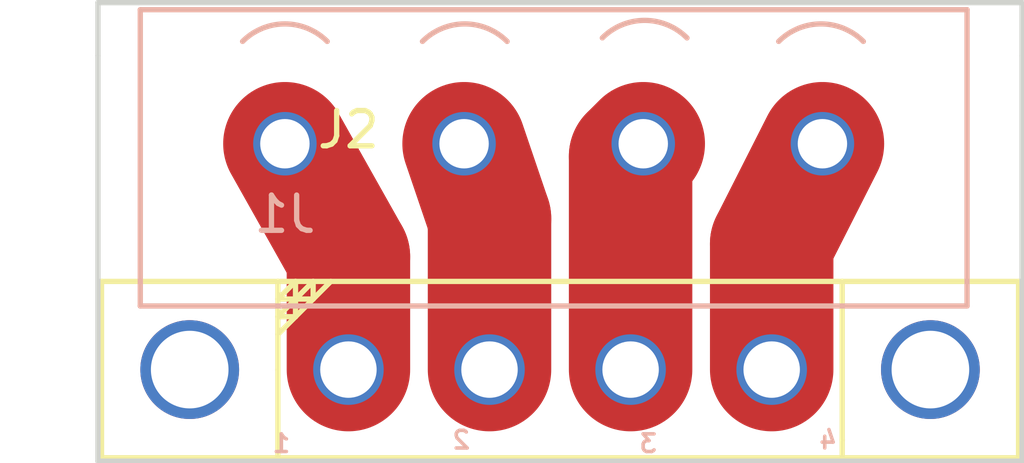
<source format=kicad_pcb>
(kicad_pcb (version 4) (host pcbnew 4.0.6)

  (general
    (links 4)
    (no_connects 0)
    (area 141.324999 94.524999 167.675001 107.675001)
    (thickness 1.6)
    (drawings 10)
    (tracks 8)
    (zones 0)
    (modules 2)
    (nets 5)
  )

  (page A4)
  (layers
    (0 F.Cu signal)
    (31 B.Cu signal)
    (32 B.Adhes user)
    (33 F.Adhes user)
    (34 B.Paste user)
    (35 F.Paste user)
    (36 B.SilkS user)
    (37 F.SilkS user)
    (38 B.Mask user)
    (39 F.Mask user)
    (40 Dwgs.User user)
    (41 Cmts.User user)
    (42 Eco1.User user)
    (43 Eco2.User user)
    (44 Edge.Cuts user)
    (45 Margin user)
    (46 B.CrtYd user)
    (47 F.CrtYd user)
    (48 B.Fab user)
    (49 F.Fab user)
  )

  (setup
    (last_trace_width 3.5)
    (trace_clearance 0.2)
    (zone_clearance 0.508)
    (zone_45_only no)
    (trace_min 0.2)
    (segment_width 0.2)
    (edge_width 0.15)
    (via_size 0.6)
    (via_drill 0.4)
    (via_min_size 0.4)
    (via_min_drill 0.3)
    (uvia_size 0.3)
    (uvia_drill 0.1)
    (uvias_allowed no)
    (uvia_min_size 0.2)
    (uvia_min_drill 0.1)
    (pcb_text_width 0.3)
    (pcb_text_size 1.5 1.5)
    (mod_edge_width 0.15)
    (mod_text_size 1 1)
    (mod_text_width 0.15)
    (pad_size 1.524 1.524)
    (pad_drill 0.762)
    (pad_to_mask_clearance 0.2)
    (aux_axis_origin 0 0)
    (visible_elements FFFFFF7F)
    (pcbplotparams
      (layerselection 0x00030_80000001)
      (usegerberextensions false)
      (excludeedgelayer true)
      (linewidth 0.100000)
      (plotframeref false)
      (viasonmask false)
      (mode 1)
      (useauxorigin false)
      (hpglpennumber 1)
      (hpglpenspeed 20)
      (hpglpendiameter 15)
      (hpglpenoverlay 2)
      (psnegative false)
      (psa4output false)
      (plotreference true)
      (plotvalue true)
      (plotinvisibletext false)
      (padsonsilk false)
      (subtractmaskfromsilk false)
      (outputformat 1)
      (mirror false)
      (drillshape 1)
      (scaleselection 1)
      (outputdirectory ""))
  )

  (net 0 "")
  (net 1 "Net-(J1-Pad1)")
  (net 2 "Net-(J1-Pad2)")
  (net 3 "Net-(J1-Pad3)")
  (net 4 "Net-(J1-Pad4)")

  (net_class Default "This is the default net class."
    (clearance 0.2)
    (trace_width 3.5)
    (via_dia 0.6)
    (via_drill 0.4)
    (uvia_dia 0.3)
    (uvia_drill 0.1)
    (add_net "Net-(J1-Pad1)")
    (add_net "Net-(J1-Pad2)")
    (add_net "Net-(J1-Pad3)")
    (add_net "Net-(J1-Pad4)")
  )

  (module MyConnectors:Wago231 (layer B.Cu) (tedit 59921EBC) (tstamp 59922033)
    (at 146.7 98.6)
    (path /59921568)
    (fp_text reference J1 (at 0 2) (layer B.SilkS)
      (effects (font (size 1 1) (thickness 0.15)) (justify mirror))
    )
    (fp_text value Screw_Terminal_1x04 (at 0 3.5) (layer B.Fab)
      (effects (font (size 1 1) (thickness 0.15)) (justify mirror))
    )
    (fp_arc (start 15.2 -1.7) (end 16.4 -2.9) (angle -90) (layer B.SilkS) (width 0.15))
    (fp_arc (start 10.2 -1.8) (end 11.4 -3) (angle -90) (layer B.SilkS) (width 0.15))
    (fp_arc (start 5.1 -1.7) (end 6.3 -2.9) (angle -90) (layer B.SilkS) (width 0.15))
    (fp_arc (start 0 -1.7) (end 1.2 -2.9) (angle -90) (layer B.SilkS) (width 0.15))
    (fp_line (start -4.1 -3.8) (end 19.34 -3.8) (layer B.SilkS) (width 0.15))
    (fp_line (start 19.34 4.6) (end 19.34 -3.8) (layer B.SilkS) (width 0.15))
    (fp_line (start -4.1 4.6) (end 19.34 4.6) (layer B.SilkS) (width 0.15))
    (fp_line (start -4.1 4.6) (end -4.1 -3.8) (layer B.SilkS) (width 0.15))
    (pad 1 thru_hole circle (at 0 0) (size 1.8 1.8) (drill 1.4) (layers *.Cu *.Mask)
      (net 1 "Net-(J1-Pad1)"))
    (pad 2 thru_hole circle (at 5.08 0) (size 1.8 1.8) (drill 1.4) (layers *.Cu *.Mask)
      (net 2 "Net-(J1-Pad2)"))
    (pad 3 thru_hole circle (at 10.16 0) (size 1.8 1.8) (drill 1.4) (layers *.Cu *.Mask)
      (net 3 "Net-(J1-Pad3)"))
    (pad 4 thru_hole circle (at 15.24 0) (size 1.8 1.8) (drill 1.4) (layers *.Cu *.Mask)
      (net 4 "Net-(J1-Pad4)"))
  )

  (module MyConnectors:222D00M12LH-0004-430045 (layer F.Cu) (tedit 598C8426) (tstamp 5992203D)
    (at 148.5011 105.0036)
    (path /5992157F)
    (fp_text reference J2 (at 0 -6.8) (layer F.SilkS)
      (effects (font (size 1 1) (thickness 0.15)))
    )
    (fp_text value CONN_01X04 (at 0 -8) (layer F.Fab)
      (effects (font (size 1 1) (thickness 0.15)))
    )
    (fp_line (start -1 -2) (end -2 -2) (layer F.SilkS) (width 0.15))
    (fp_line (start -1.5 -1.5) (end -2 -1.5) (layer F.SilkS) (width 0.15))
    (fp_line (start -1 -2) (end -1 -2.5) (layer F.SilkS) (width 0.15))
    (fp_line (start -1.5 -1.5) (end -1.5 -2.5) (layer F.SilkS) (width 0.15))
    (fp_line (start -2 -2) (end -1.5 -2.5) (layer F.SilkS) (width 0.15))
    (fp_line (start -2 -1.5) (end -1 -2.5) (layer F.SilkS) (width 0.15))
    (fp_line (start -2 -1) (end -0.5 -2.5) (layer F.SilkS) (width 0.15))
    (fp_line (start 14 -2.5) (end 19 -2.5) (layer F.SilkS) (width 0.15))
    (fp_line (start 19 -2.5) (end 19 2.5) (layer F.SilkS) (width 0.15))
    (fp_line (start 19 2.5) (end 14 2.5) (layer F.SilkS) (width 0.15))
    (fp_line (start -2 -2.5) (end -7 -2.5) (layer F.SilkS) (width 0.15))
    (fp_line (start -7 -2.5) (end -7 2.5) (layer F.SilkS) (width 0.15))
    (fp_line (start -7 2.5) (end -2 2.5) (layer F.SilkS) (width 0.15))
    (fp_line (start -2 -2.5) (end 14 -2.5) (layer F.SilkS) (width 0.15))
    (fp_line (start 14 -2.5) (end 14 2) (layer F.SilkS) (width 0.15))
    (fp_line (start 14 2) (end 14 2.5) (layer F.SilkS) (width 0.15))
    (fp_line (start 14 2.5) (end -2 2.5) (layer F.SilkS) (width 0.15))
    (fp_line (start -2 0) (end -2 2.5) (layer F.SilkS) (width 0.15))
    (fp_line (start -2 0) (end -2 -2.5) (layer F.SilkS) (width 0.15))
    (pad "" np_thru_hole circle (at 16.5 0) (size 2.8 2.8) (drill 2.2) (layers *.Cu *.Mask))
    (pad 1 thru_hole circle (at 0 0) (size 2 2) (drill 1.6) (layers *.Cu *.Mask)
      (net 1 "Net-(J1-Pad1)"))
    (pad 2 thru_hole circle (at 4 0) (size 2 2) (drill 1.6) (layers *.Cu *.Mask)
      (net 2 "Net-(J1-Pad2)"))
    (pad 3 thru_hole circle (at 8 0) (size 2 2) (drill 1.6) (layers *.Cu *.Mask)
      (net 3 "Net-(J1-Pad3)"))
    (pad 4 thru_hole circle (at 12 0) (size 2 2) (drill 1.6) (layers *.Cu *.Mask)
      (net 4 "Net-(J1-Pad4)"))
    (pad "" np_thru_hole circle (at -4.5 0) (size 2.8 2.8) (drill 2.2) (layers *.Cu *.Mask))
  )

  (gr_line (start 167.6 96.1) (end 167.6 94.6) (angle 90) (layer Edge.Cuts) (width 0.15))
  (gr_line (start 141.4 94.6) (end 167.6 94.6) (angle 90) (layer Edge.Cuts) (width 0.15))
  (gr_line (start 141.4 96.1) (end 141.4 94.6) (angle 90) (layer Edge.Cuts) (width 0.15))
  (gr_text "4\n" (at 162.1 107) (layer B.SilkS)
    (effects (font (size 0.5 0.5) (thickness 0.1)) (justify mirror))
  )
  (gr_text 3 (at 157 107.1) (layer B.SilkS)
    (effects (font (size 0.5 0.5) (thickness 0.1)) (justify mirror))
  )
  (gr_text 2 (at 151.7 107) (layer B.SilkS)
    (effects (font (size 0.5 0.5) (thickness 0.1)) (justify mirror))
  )
  (gr_text 1 (at 146.6 107.1) (layer B.SilkS)
    (effects (font (size 0.5 0.5) (thickness 0.1)) (justify mirror))
  )
  (gr_line (start 167.6 107.6) (end 141.4 107.6) (angle 90) (layer Edge.Cuts) (width 0.15))
  (gr_line (start 141.4 96.1) (end 141.4 107.6) (angle 90) (layer Edge.Cuts) (width 0.15))
  (gr_line (start 167.6 107.6) (end 167.6 96.1) (angle 90) (layer Edge.Cuts) (width 0.15))

  (segment (start 148.5011 105.0036) (end 148.5011 101.8011) (width 3.5) (layer F.Cu) (net 1))
  (segment (start 148.5011 101.8011) (end 146.7 98.6) (width 3.5) (layer F.Cu) (net 1) (tstamp 599220A1) (status 20))
  (segment (start 152.5011 105.0036) (end 152.5011 100.7211) (width 3.5) (layer F.Cu) (net 2))
  (segment (start 152.5011 100.7211) (end 151.78 98.6) (width 3.5) (layer F.Cu) (net 2) (tstamp 599220A4) (status 20))
  (segment (start 156.5011 105.0036) (end 156.5011 98.9589) (width 3.5) (layer F.Cu) (net 3) (status 20))
  (segment (start 156.5011 98.9589) (end 156.86 98.6) (width 3.5) (layer F.Cu) (net 3) (tstamp 599220A7) (status 30))
  (segment (start 160.5011 105.0036) (end 160.5011 101.4389) (width 3.5) (layer F.Cu) (net 4))
  (segment (start 160.5011 101.4389) (end 161.94 98.6) (width 3.5) (layer F.Cu) (net 4) (tstamp 599220AA) (status 20))

)

</source>
